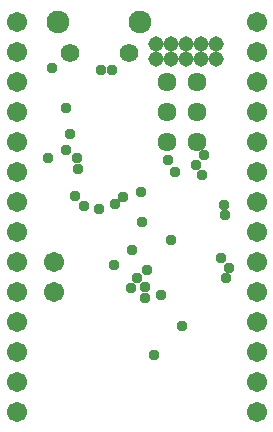
<source format=gbs>
G75*
%MOIN*%
%OFA0B0*%
%FSLAX25Y25*%
%IPPOS*%
%LPD*%
%AMOC8*
5,1,8,0,0,1.08239X$1,22.5*
%
%ADD10C,0.06146*%
%ADD11C,0.07591*%
%ADD12C,0.05162*%
%ADD13C,0.06343*%
%ADD14C,0.06737*%
%ADD15C,0.03700*%
D10*
X0027357Y0129770D03*
X0047043Y0129770D03*
D11*
X0050980Y0140400D03*
X0023420Y0140400D03*
D12*
X0056000Y0132800D03*
X0056000Y0127800D03*
X0061000Y0127800D03*
X0061000Y0132800D03*
X0066000Y0132800D03*
X0066000Y0127800D03*
X0071000Y0127800D03*
X0071000Y0132800D03*
X0076000Y0132800D03*
X0076000Y0127800D03*
D13*
X0069700Y0120400D03*
X0069700Y0110400D03*
X0069700Y0100400D03*
X0059700Y0100400D03*
X0059700Y0110400D03*
X0059700Y0120400D03*
D14*
X0009700Y0010400D03*
X0009700Y0020400D03*
X0009700Y0030400D03*
X0009700Y0040400D03*
X0009700Y0050400D03*
X0009700Y0060400D03*
X0009700Y0070400D03*
X0009700Y0080400D03*
X0009700Y0090400D03*
X0009700Y0100400D03*
X0009700Y0110400D03*
X0009700Y0120400D03*
X0009700Y0130400D03*
X0009700Y0140400D03*
X0022200Y0060400D03*
X0022200Y0050400D03*
X0089700Y0050400D03*
X0089700Y0060400D03*
X0089700Y0070400D03*
X0089700Y0080400D03*
X0089700Y0090400D03*
X0089700Y0100400D03*
X0089700Y0110400D03*
X0089700Y0120400D03*
X0089700Y0130400D03*
X0089700Y0140400D03*
X0089700Y0040400D03*
X0089700Y0030400D03*
X0089700Y0020400D03*
X0089700Y0010400D03*
D15*
X0064900Y0039000D03*
X0057900Y0049300D03*
X0052400Y0048400D03*
X0052400Y0052000D03*
X0049908Y0055000D03*
X0047700Y0051700D03*
X0053200Y0057500D03*
X0048000Y0064300D03*
X0042000Y0059300D03*
X0051400Y0073500D03*
X0051300Y0083500D03*
X0045000Y0082000D03*
X0042400Y0079500D03*
X0037000Y0077800D03*
X0032000Y0078900D03*
X0029100Y0082100D03*
X0030100Y0091100D03*
X0029900Y0095000D03*
X0026100Y0097700D03*
X0027600Y0103000D03*
X0026100Y0111500D03*
X0021400Y0124800D03*
X0037900Y0124300D03*
X0041500Y0124300D03*
X0060000Y0094100D03*
X0062600Y0090300D03*
X0069400Y0092700D03*
X0071500Y0089400D03*
X0072300Y0095900D03*
X0078900Y0079400D03*
X0079100Y0075900D03*
X0077900Y0061600D03*
X0080600Y0058400D03*
X0079500Y0054900D03*
X0061200Y0067500D03*
X0055500Y0029100D03*
X0020100Y0095000D03*
M02*

</source>
